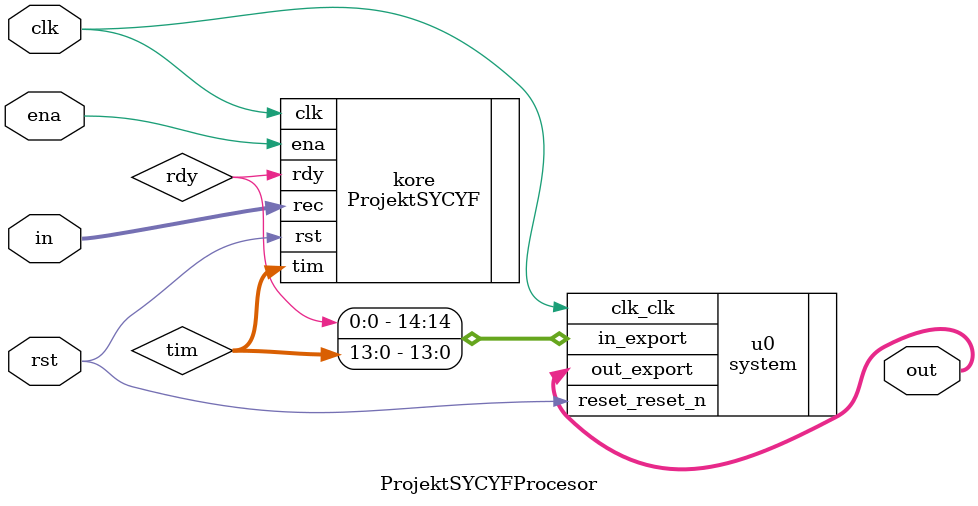
<source format=v>
module ProjektSYCYFProcesor(
	input ena,
	input clk,
	input rst,
	input[7:0] in,
	
	output[11:0] out
);
	 
	 system u0 (
        .clk_clk       (clk),       //   clk.clk
        .reset_reset_n (rst), 		// reset.reset_n
        .in_export     ({rdy,tim}),     //    in.export
        .out_export    (out)     //   out.export
    );

	 wire[13:0] tim;
	 wire rdy;
	 
	 ProjektSYCYF kore(
		.ena(ena),
		.rst(rst),
		.clk(clk),

		.rec(in),
		
		.tim(tim),
		.rdy(rdy)
	);
endmodule

</source>
